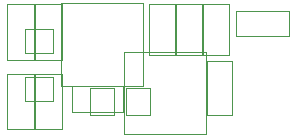
<source format=gbr>
G04 #@! TF.FileFunction,Other,User*
%FSLAX46Y46*%
G04 Gerber Fmt 4.6, Leading zero omitted, Abs format (unit mm)*
G04 Created by KiCad (PCBNEW 4.0.7) date 04/04/18 11:57:42*
%MOMM*%
%LPD*%
G01*
G04 APERTURE LIST*
%ADD10C,0.100000*%
%ADD11C,0.050000*%
G04 APERTURE END LIST*
D10*
D11*
X194620000Y-118074000D02*
X201620000Y-118074000D01*
X201620000Y-118074000D02*
X201620000Y-111074000D01*
X201620000Y-111074000D02*
X194620000Y-111074000D01*
X194620000Y-111074000D02*
X194620000Y-118074000D01*
X199954000Y-122188800D02*
X206954000Y-122188800D01*
X206954000Y-122188800D02*
X206954000Y-115188800D01*
X206954000Y-115188800D02*
X199954000Y-115188800D01*
X199954000Y-115188800D02*
X199954000Y-122188800D01*
X199889000Y-120261400D02*
X195589000Y-120261400D01*
X199889000Y-120261400D02*
X199889000Y-118051400D01*
X195589000Y-118051400D02*
X195589000Y-120261400D01*
X195589000Y-118051400D02*
X199889000Y-118051400D01*
X204310000Y-111134000D02*
X204310000Y-115434000D01*
X204310000Y-111134000D02*
X202100000Y-111134000D01*
X202100000Y-115434000D02*
X204310000Y-115434000D01*
X202100000Y-115434000D02*
X202100000Y-111134000D01*
X206596000Y-111134000D02*
X206596000Y-115434000D01*
X206596000Y-111134000D02*
X204386000Y-111134000D01*
X204386000Y-115434000D02*
X206596000Y-115434000D01*
X204386000Y-115434000D02*
X204386000Y-111134000D01*
X208882000Y-111134000D02*
X208882000Y-115434000D01*
X208882000Y-111134000D02*
X206672000Y-111134000D01*
X206672000Y-115434000D02*
X208882000Y-115434000D01*
X206672000Y-115434000D02*
X206672000Y-111134000D01*
X192398000Y-121755400D02*
X192398000Y-117055400D01*
X192398000Y-117055400D02*
X194698000Y-117055400D01*
X194698000Y-117055400D02*
X194698000Y-121755400D01*
X192398000Y-121755400D02*
X194698000Y-121755400D01*
X190112000Y-121755400D02*
X190112000Y-117055400D01*
X190112000Y-117055400D02*
X192412000Y-117055400D01*
X192412000Y-117055400D02*
X192412000Y-121755400D01*
X190112000Y-121755400D02*
X192412000Y-121755400D01*
X192398000Y-115888000D02*
X192398000Y-111188000D01*
X192398000Y-111188000D02*
X194698000Y-111188000D01*
X194698000Y-111188000D02*
X194698000Y-115888000D01*
X192398000Y-115888000D02*
X194698000Y-115888000D01*
X190112000Y-115888000D02*
X190112000Y-111188000D01*
X190112000Y-111188000D02*
X192412000Y-111188000D01*
X192412000Y-111188000D02*
X192412000Y-115888000D01*
X190112000Y-115888000D02*
X192412000Y-115888000D01*
X209433600Y-111751400D02*
X213933600Y-111751400D01*
X209433600Y-111751400D02*
X209433600Y-113851400D01*
X213933600Y-113851400D02*
X213933600Y-111751400D01*
X213933600Y-113851400D02*
X209433600Y-113851400D01*
X207001400Y-120512400D02*
X207001400Y-116012400D01*
X207001400Y-120512400D02*
X209101400Y-120512400D01*
X209101400Y-116012400D02*
X207001400Y-116012400D01*
X209101400Y-116012400D02*
X209101400Y-120512400D01*
X193936000Y-115300000D02*
X193936000Y-113300000D01*
X193936000Y-113300000D02*
X191636000Y-113300000D01*
X191636000Y-113300000D02*
X191636000Y-115300000D01*
X191636000Y-115300000D02*
X193936000Y-115300000D01*
X193936000Y-119364000D02*
X193936000Y-117364000D01*
X193936000Y-117364000D02*
X191636000Y-117364000D01*
X191636000Y-117364000D02*
X191636000Y-119364000D01*
X191636000Y-119364000D02*
X193936000Y-119364000D01*
X199120000Y-118230000D02*
X197120000Y-118230000D01*
X197120000Y-118230000D02*
X197120000Y-120530000D01*
X197120000Y-120530000D02*
X199120000Y-120530000D01*
X199120000Y-120530000D02*
X199120000Y-118230000D01*
X202168000Y-118230000D02*
X200168000Y-118230000D01*
X200168000Y-118230000D02*
X200168000Y-120530000D01*
X200168000Y-120530000D02*
X202168000Y-120530000D01*
X202168000Y-120530000D02*
X202168000Y-118230000D01*
M02*

</source>
